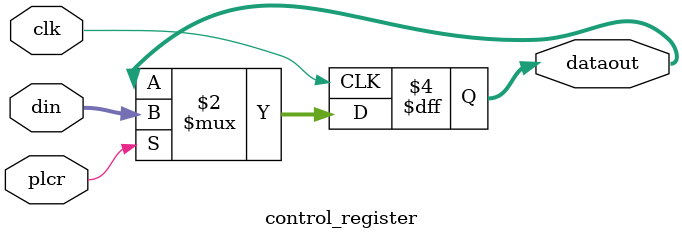
<source format=sv>
module control_register(clk,plcr,din,dataout);
  input clk,plcr;
  input [2:0] din;
  output reg [2:0] dataout;
    
    always @(posedge clk)
      if(plcr)
        dataout <= din;
          
endmodule
</source>
